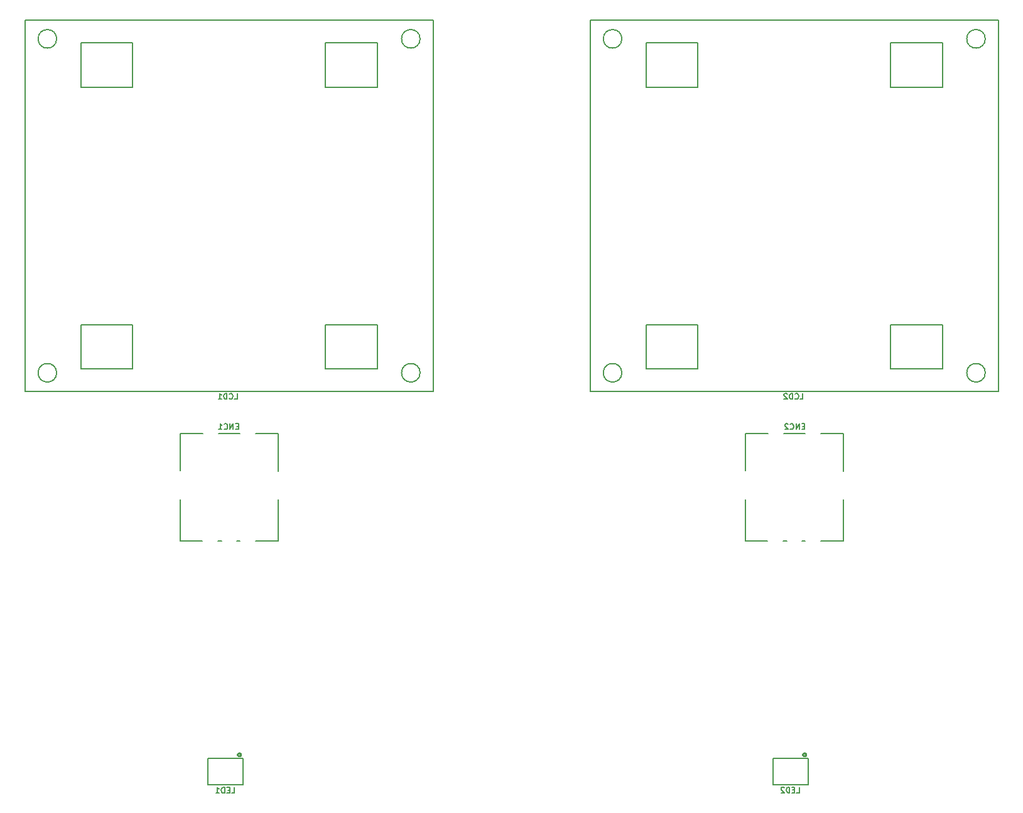
<source format=gbo>
G04 (created by PCBNEW (2013-07-07 BZR 4022)-stable) date 14/05/2014 09:54:23*
%MOIN*%
G04 Gerber Fmt 3.4, Leading zero omitted, Abs format*
%FSLAX34Y34*%
G01*
G70*
G90*
G04 APERTURE LIST*
%ADD10C,0.00590551*%
%ADD11C,0.00787402*%
%ADD12C,0.01*%
%ADD13C,0.006*%
G04 APERTURE END LIST*
G54D10*
G54D11*
X1670Y-19845D02*
X23323Y-19845D01*
X23323Y-160D02*
X1670Y-160D01*
X7378Y-16302D02*
X7378Y-18664D01*
X4622Y-16302D02*
X7378Y-16302D01*
X4622Y-18664D02*
X4622Y-16302D01*
X7378Y-18664D02*
X4622Y-18664D01*
X7378Y-3703D02*
X4622Y-3703D01*
X4622Y-3703D02*
X4622Y-1341D01*
X4622Y-1341D02*
X7378Y-1341D01*
X7378Y-1341D02*
X7378Y-3703D01*
X20371Y-1341D02*
X20371Y-3703D01*
X17615Y-1341D02*
X20371Y-1341D01*
X17615Y-3703D02*
X17615Y-1341D01*
X20371Y-3703D02*
X17615Y-3703D01*
X20371Y-18664D02*
X17615Y-18664D01*
X17615Y-18664D02*
X17615Y-16302D01*
X17615Y-16302D02*
X20371Y-16302D01*
X20371Y-16302D02*
X20371Y-18664D01*
X3343Y-18861D02*
G75*
G03X3343Y-18861I-492J0D01*
G74*
G01*
X22634Y-18861D02*
G75*
G03X22634Y-18861I-492J0D01*
G74*
G01*
X3343Y-1144D02*
G75*
G03X3343Y-1144I-492J0D01*
G74*
G01*
X22634Y-1144D02*
G75*
G03X22634Y-1144I-492J0D01*
G74*
G01*
X1670Y-160D02*
X1670Y-19845D01*
X23323Y-19845D02*
X23323Y-160D01*
X11374Y-40708D02*
X11374Y-39330D01*
X13225Y-40708D02*
X11374Y-40708D01*
X13225Y-40708D02*
X13225Y-39330D01*
X11374Y-39330D02*
X13225Y-39330D01*
G54D12*
X13044Y-39045D02*
G75*
G02X13044Y-39045I0J-88D01*
G74*
G01*
G54D11*
X41374Y-40708D02*
X41374Y-39330D01*
X43225Y-40708D02*
X41374Y-40708D01*
X43225Y-40708D02*
X43225Y-39330D01*
X41374Y-39330D02*
X43225Y-39330D01*
G54D12*
X43044Y-39045D02*
G75*
G02X43044Y-39045I0J-88D01*
G74*
G01*
G54D11*
X11119Y-22069D02*
X9898Y-22069D01*
X9898Y-22069D02*
X9898Y-24037D01*
X13087Y-22069D02*
X11945Y-22069D01*
X15095Y-24077D02*
X15095Y-22069D01*
X15095Y-22069D02*
X13914Y-22069D01*
X9898Y-25573D02*
X9898Y-27778D01*
X9898Y-27778D02*
X11079Y-27778D01*
X15095Y-25573D02*
X15095Y-27778D01*
X15095Y-27778D02*
X13914Y-27778D01*
X12890Y-27778D02*
X13087Y-27778D01*
X11906Y-27778D02*
X12103Y-27778D01*
X41119Y-22069D02*
X39898Y-22069D01*
X39898Y-22069D02*
X39898Y-24037D01*
X43087Y-22069D02*
X41945Y-22069D01*
X45095Y-24077D02*
X45095Y-22069D01*
X45095Y-22069D02*
X43914Y-22069D01*
X39898Y-25573D02*
X39898Y-27778D01*
X39898Y-27778D02*
X41079Y-27778D01*
X45095Y-25573D02*
X45095Y-27778D01*
X45095Y-27778D02*
X43914Y-27778D01*
X42890Y-27778D02*
X43087Y-27778D01*
X41906Y-27778D02*
X42103Y-27778D01*
X31670Y-19845D02*
X53323Y-19845D01*
X53323Y-160D02*
X31670Y-160D01*
X37378Y-16302D02*
X37378Y-18664D01*
X34622Y-16302D02*
X37378Y-16302D01*
X34622Y-18664D02*
X34622Y-16302D01*
X37378Y-18664D02*
X34622Y-18664D01*
X37378Y-3703D02*
X34622Y-3703D01*
X34622Y-3703D02*
X34622Y-1341D01*
X34622Y-1341D02*
X37378Y-1341D01*
X37378Y-1341D02*
X37378Y-3703D01*
X50371Y-1341D02*
X50371Y-3703D01*
X47615Y-1341D02*
X50371Y-1341D01*
X47615Y-3703D02*
X47615Y-1341D01*
X50371Y-3703D02*
X47615Y-3703D01*
X50371Y-18664D02*
X47615Y-18664D01*
X47615Y-18664D02*
X47615Y-16302D01*
X47615Y-16302D02*
X50371Y-16302D01*
X50371Y-16302D02*
X50371Y-18664D01*
X33343Y-18861D02*
G75*
G03X33343Y-18861I-492J0D01*
G74*
G01*
X52634Y-18861D02*
G75*
G03X52634Y-18861I-492J0D01*
G74*
G01*
X33343Y-1144D02*
G75*
G03X33343Y-1144I-492J0D01*
G74*
G01*
X52634Y-1144D02*
G75*
G03X52634Y-1144I-492J0D01*
G74*
G01*
X31670Y-160D02*
X31670Y-19845D01*
X53323Y-19845D02*
X53323Y-160D01*
G54D13*
X12787Y-20262D02*
X12930Y-20262D01*
X12930Y-19962D01*
X12516Y-20233D02*
X12530Y-20247D01*
X12573Y-20262D01*
X12602Y-20262D01*
X12645Y-20247D01*
X12673Y-20219D01*
X12687Y-20190D01*
X12702Y-20133D01*
X12702Y-20090D01*
X12687Y-20033D01*
X12673Y-20005D01*
X12645Y-19976D01*
X12602Y-19962D01*
X12573Y-19962D01*
X12530Y-19976D01*
X12516Y-19990D01*
X12387Y-20262D02*
X12387Y-19962D01*
X12316Y-19962D01*
X12273Y-19976D01*
X12245Y-20005D01*
X12230Y-20033D01*
X12216Y-20090D01*
X12216Y-20133D01*
X12230Y-20190D01*
X12245Y-20219D01*
X12273Y-20247D01*
X12316Y-20262D01*
X12387Y-20262D01*
X11930Y-20262D02*
X12102Y-20262D01*
X12016Y-20262D02*
X12016Y-19962D01*
X12045Y-20005D01*
X12073Y-20033D01*
X12102Y-20047D01*
X12629Y-41160D02*
X12772Y-41160D01*
X12772Y-40860D01*
X12529Y-41003D02*
X12429Y-41003D01*
X12386Y-41160D02*
X12529Y-41160D01*
X12529Y-40860D01*
X12386Y-40860D01*
X12258Y-41160D02*
X12258Y-40860D01*
X12186Y-40860D01*
X12144Y-40874D01*
X12115Y-40903D01*
X12101Y-40931D01*
X12086Y-40989D01*
X12086Y-41031D01*
X12101Y-41089D01*
X12115Y-41117D01*
X12144Y-41146D01*
X12186Y-41160D01*
X12258Y-41160D01*
X11801Y-41160D02*
X11972Y-41160D01*
X11886Y-41160D02*
X11886Y-40860D01*
X11915Y-40903D01*
X11944Y-40931D01*
X11972Y-40946D01*
X42617Y-41140D02*
X42760Y-41140D01*
X42760Y-40840D01*
X42517Y-40983D02*
X42417Y-40983D01*
X42374Y-41140D02*
X42517Y-41140D01*
X42517Y-40840D01*
X42374Y-40840D01*
X42246Y-41140D02*
X42246Y-40840D01*
X42174Y-40840D01*
X42132Y-40854D01*
X42103Y-40883D01*
X42089Y-40911D01*
X42074Y-40969D01*
X42074Y-41011D01*
X42089Y-41069D01*
X42103Y-41097D01*
X42132Y-41126D01*
X42174Y-41140D01*
X42246Y-41140D01*
X41960Y-40869D02*
X41946Y-40854D01*
X41917Y-40840D01*
X41846Y-40840D01*
X41817Y-40854D01*
X41803Y-40869D01*
X41789Y-40897D01*
X41789Y-40926D01*
X41803Y-40969D01*
X41974Y-41140D01*
X41789Y-41140D01*
X12991Y-21709D02*
X12891Y-21709D01*
X12848Y-21866D02*
X12991Y-21866D01*
X12991Y-21566D01*
X12848Y-21566D01*
X12719Y-21866D02*
X12719Y-21566D01*
X12548Y-21866D01*
X12548Y-21566D01*
X12234Y-21837D02*
X12248Y-21852D01*
X12291Y-21866D01*
X12319Y-21866D01*
X12362Y-21852D01*
X12391Y-21823D01*
X12405Y-21795D01*
X12419Y-21737D01*
X12419Y-21695D01*
X12405Y-21637D01*
X12391Y-21609D01*
X12362Y-21580D01*
X12319Y-21566D01*
X12291Y-21566D01*
X12248Y-21580D01*
X12234Y-21595D01*
X11948Y-21866D02*
X12119Y-21866D01*
X12034Y-21866D02*
X12034Y-21566D01*
X12062Y-21609D01*
X12091Y-21637D01*
X12119Y-21652D01*
X43038Y-21709D02*
X42938Y-21709D01*
X42895Y-21866D02*
X43038Y-21866D01*
X43038Y-21566D01*
X42895Y-21566D01*
X42767Y-21866D02*
X42767Y-21566D01*
X42595Y-21866D01*
X42595Y-21566D01*
X42281Y-21837D02*
X42295Y-21852D01*
X42338Y-21866D01*
X42367Y-21866D01*
X42409Y-21852D01*
X42438Y-21823D01*
X42452Y-21795D01*
X42467Y-21737D01*
X42467Y-21695D01*
X42452Y-21637D01*
X42438Y-21609D01*
X42409Y-21580D01*
X42367Y-21566D01*
X42338Y-21566D01*
X42295Y-21580D01*
X42281Y-21595D01*
X42167Y-21595D02*
X42152Y-21580D01*
X42124Y-21566D01*
X42052Y-21566D01*
X42024Y-21580D01*
X42009Y-21595D01*
X41995Y-21623D01*
X41995Y-21652D01*
X42009Y-21695D01*
X42181Y-21866D01*
X41995Y-21866D01*
X42807Y-20262D02*
X42950Y-20262D01*
X42950Y-19962D01*
X42536Y-20233D02*
X42550Y-20247D01*
X42593Y-20262D01*
X42621Y-20262D01*
X42664Y-20247D01*
X42693Y-20219D01*
X42707Y-20190D01*
X42721Y-20133D01*
X42721Y-20090D01*
X42707Y-20033D01*
X42693Y-20005D01*
X42664Y-19976D01*
X42621Y-19962D01*
X42593Y-19962D01*
X42550Y-19976D01*
X42536Y-19990D01*
X42407Y-20262D02*
X42407Y-19962D01*
X42336Y-19962D01*
X42293Y-19976D01*
X42264Y-20005D01*
X42250Y-20033D01*
X42236Y-20090D01*
X42236Y-20133D01*
X42250Y-20190D01*
X42264Y-20219D01*
X42293Y-20247D01*
X42336Y-20262D01*
X42407Y-20262D01*
X42121Y-19990D02*
X42107Y-19976D01*
X42079Y-19962D01*
X42007Y-19962D01*
X41979Y-19976D01*
X41964Y-19990D01*
X41950Y-20019D01*
X41950Y-20047D01*
X41964Y-20090D01*
X42136Y-20262D01*
X41950Y-20262D01*
M02*

</source>
